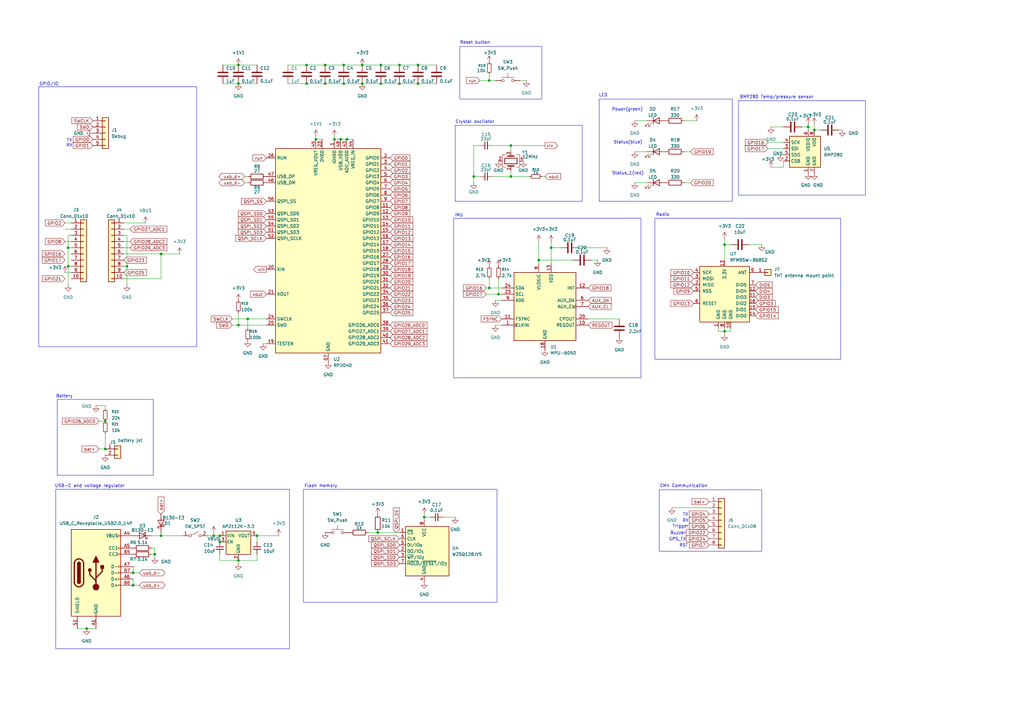
<source format=kicad_sch>
(kicad_sch (version 20250114) (generator "eeschema") (generator_version "9.0")
  (paper "A3")
  (rectangle (start 268.605 89.535) (end 344.805 147.32))
  (rectangle (start 124.46 200.66) (end 203.835 247.015))
  (rectangle (start 186.055 89.535) (end 262.89 154.94))
  (rectangle (start 22.86 200.66) (end 118.745 266.065))
  (rectangle (start 188.595 19.05) (end 222.25 40.64))
  (rectangle (start 440.69 128.905) (end 483.87 163.195))
  (rectangle (start 441.325 170.815) (end 510.54 233.68))
  (rectangle (start 15.875 35.56) (end 80.645 142.24))
  (rectangle (start 302.895 41.275) (end 354.965 80.01))
  (rectangle (start 270.383 200.914) (end 312.42 226.06))
  (rectangle (start 245.745 40.64) (end 300.355 82.55))
  (rectangle (start 23.495 163.83) (end 62.865 194.945))
  (text "Crystal oscilator" (at 194.818 50.038 0) (effects (font (size 1.27 1.27))))
  (text "TX" (at 28.448 57.658 0) (effects (font (size 1.27 1.27))))
  (text "Trigger" (at 279.146 215.9 0) (effects (font (size 1.27 1.27))))
  (text "Status(blue)" (at 257.556 58.42 0) (effects (font (size 1.27 1.27))))
  (text "RX" (at 28.448 59.69 0) (effects (font (size 1.27 1.27))))
  (text "LED" (at 247.396 39.116 0) (effects (font (size 1.27 1.27))))
  (text "GPS_TX\n" (at 277.876 221.234 0) (effects (font (size 1.27 1.27))))
  (text "Battery\n" (at 26.416 162.56 0) (effects (font (size 1.27 1.27))))
  (text "Radio\n" (at 271.78 88.138 0) (effects (font (size 1.27 1.27))))
  (text "CM4 Communication\n" (at 280.416 199.39 0) (effects (font (size 1.27 1.27))))
  (text "GPIO/IO" (at 20.066 34.544 0) (effects (font (size 1.27 1.27))))
  (text "GPS" (at 443.738 169.418 0) (effects (font (size 1.27 1.27))))
  (text "Buzzer" (at 278.13 218.694 0) (effects (font (size 1.27 1.27))))
  (text "Reset button\n" (at 194.818 17.526 0) (effects (font (size 1.27 1.27))))
  (text "RX" (at 281.178 213.614 0) (effects (font (size 1.27 1.27))))
  (text "RST" (at 280.416 223.774 0) (effects (font (size 1.27 1.27))))
  (text "BMP280 Temp/pressure sensor\n" (at 318.516 39.878 0) (effects (font (size 1.27 1.27))))
  (text "TX" (at 281.178 211.074 0) (effects (font (size 1.27 1.27))))
  (text "Status_1(red)" (at 257.556 71.12 0) (effects (font (size 1.27 1.27))))
  (text "Power(green)" (at 257.302 44.958 0) (effects (font (size 1.27 1.27))))
  (text "Buzzer - move to cm4" (at 451.358 127.508 0) (effects (font (size 1.27 1.27))))
  (text "Flash memory\n" (at 131.572 199.39 0) (effects (font (size 1.27 1.27))))
  (text "USB-C and voltage regulator\n" (at 36.83 199.39 0) (effects (font (size 1.27 1.27))))
  (text "IMU\n" (at 188.214 88.392 0) (effects (font (size 1.27 1.27))))
  (junction (at 297.18 135.89))
  (junction (at 63.5 227.33))
  (junction (at 140.97 26.67))
  (junction (at 43.18 172.72))
  (junction (at 140.97 34.29))
  (junction (at 105.41 219.71))
  (junction (at 129.54 57.15))
  (junction (at 204.47 120.65))
  (junction (at 220.98 106.68))
  (junction (at 200.66 33.02))
  (junction (at 334.01 53.34))
  (junction (at 43.18 184.15))
  (junction (at 163.83 34.29))
  (junction (at 171.45 26.67))
  (junction (at 200.66 118.11))
  (junction (at 54.61 240.03))
  (junction (at 90.17 222.25))
  (junction (at 97.79 133.35))
  (junction (at 297.18 100.33))
  (junction (at 54.61 234.95))
  (junction (at 97.79 34.29))
  (junction (at 148.59 26.67))
  (junction (at 27.94 109.22))
  (junction (at 87.63 219.71))
  (junction (at 125.73 34.29))
  (junction (at 133.35 26.67))
  (junction (at 171.45 34.29))
  (junction (at 163.83 26.67))
  (junction (at 27.94 101.6))
  (junction (at 66.04 104.14))
  (junction (at 137.16 57.15))
  (junction (at 90.17 219.71))
  (junction (at 97.79 229.87))
  (junction (at 148.59 34.29))
  (junction (at 35.56 257.81))
  (junction (at 97.79 26.67))
  (junction (at 156.21 34.29))
  (junction (at 139.7 57.15))
  (junction (at 194.31 72.39))
  (junction (at 52.07 109.22))
  (junction (at 125.73 26.67))
  (junction (at 331.47 52.07))
  (junction (at 154.94 218.44))
  (junction (at 66.04 219.71))
  (junction (at 142.24 57.15))
  (junction (at 173.99 212.09))
  (junction (at 226.06 101.6))
  (junction (at 209.55 72.39))
  (junction (at 156.21 26.67))
  (junction (at 101.6 130.81))
  (junction (at 133.35 34.29))
  (junction (at 209.55 59.69))
  (wire (pts (xy 43.18 177.8) (xy 43.18 184.15)))
  (wire (pts (xy 204.47 114.3) (xy 204.47 120.65)))
  (wire (pts (xy 139.7 57.15) (xy 142.24 57.15)))
  (wire (pts (xy 105.41 222.25) (xy 105.41 219.71)))
  (wire (pts (xy 199.39 118.11) (xy 200.66 118.11)))
  (wire (pts (xy 90.17 229.87) (xy 97.79 229.87)))
  (wire (pts (xy 156.21 26.67) (xy 163.83 26.67)))
  (wire (pts (xy 97.79 128.27) (xy 97.79 133.35)))
  (wire (pts (xy 66.04 218.44) (xy 66.04 219.71)))
  (wire (pts (xy 181.61 212.09) (xy 186.69 212.09)))
  (wire (pts (xy 199.39 120.65) (xy 204.47 120.65)))
  (wire (pts (xy 200.66 114.3) (xy 200.66 118.11)))
  (wire (pts (xy 50.8 109.22) (xy 52.07 109.22)))
  (wire (pts (xy 148.59 26.67) (xy 156.21 26.67)))
  (wire (pts (xy 101.6 130.81) (xy 109.22 130.81)))
  (wire (pts (xy 53.34 99.06) (xy 50.8 99.06)))
  (wire (pts (xy 90.17 219.71) (xy 90.17 222.25)))
  (wire (pts (xy 53.34 93.98) (xy 50.8 93.98)))
  (wire (pts (xy 125.73 26.67) (xy 133.35 26.67)))
  (wire (pts (xy 171.45 26.67) (xy 179.07 26.67)))
  (wire (pts (xy 173.99 212.09) (xy 173.99 213.36)))
  (wire (pts (xy 467.36 137.16) (xy 467.36 139.7)))
  (wire (pts (xy 54.61 240.03) (xy 57.15 240.03)))
  (wire (pts (xy 27.94 109.22) (xy 27.94 116.84)))
  (wire (pts (xy 220.98 106.68) (xy 234.95 106.68)))
  (polyline (pts (xy 238.76 82.55) (xy 186.69 82.55)))
  (wire (pts (xy 63.5 227.33) (xy 63.5 228.6)))
  (wire (pts (xy 194.31 59.69) (xy 194.31 72.39)))
  (wire (pts (xy 26.67 99.06) (xy 29.21 99.06)))
  (wire (pts (xy 220.98 106.68) (xy 220.98 107.95)))
  (polyline (pts (xy 186.69 51.435) (xy 238.76 51.435)))
  (wire (pts (xy 204.47 120.65) (xy 205.74 120.65)))
  (wire (pts (xy 334.01 53.34) (xy 336.55 53.34)))
  (wire (pts (xy 299.72 134.62) (xy 299.72 135.89)))
  (wire (pts (xy 314.96 58.42) (xy 321.31 58.42)))
  (wire (pts (xy 52.07 109.22) (xy 52.07 116.84)))
  (wire (pts (xy 101.6 130.81) (xy 101.6 134.62)))
  (wire (pts (xy 95.25 130.81) (xy 101.6 130.81)))
  (wire (pts (xy 54.61 237.49) (xy 54.61 240.03)))
  (wire (pts (xy 129.54 55.88) (xy 129.54 57.15)))
  (wire (pts (xy 100.33 74.93) (xy 101.6 74.93)))
  (wire (pts (xy 200.66 33.02) (xy 203.2 33.02)))
  (wire (pts (xy 66.04 104.14) (xy 66.04 114.3)))
  (wire (pts (xy 200.66 30.48) (xy 200.66 33.02)))
  (wire (pts (xy 151.13 218.44) (xy 154.94 218.44)))
  (wire (pts (xy 27.94 96.52) (xy 27.94 101.6)))
  (wire (pts (xy 52.07 96.52) (xy 52.07 109.22)))
  (wire (pts (xy 320.04 63.5) (xy 321.31 63.5)))
  (wire (pts (xy 50.8 96.52) (xy 52.07 96.52)))
  (polyline (pts (xy 186.69 51.435) (xy 186.69 82.55)))
  (wire (pts (xy 27.94 101.6) (xy 29.21 101.6)))
  (wire (pts (xy 154.94 218.44) (xy 163.83 218.44)))
  (wire (pts (xy 331.47 50.8) (xy 331.47 52.07)))
  (wire (pts (xy 297.18 100.33) (xy 299.72 100.33)))
  (wire (pts (xy 100.33 72.39) (xy 101.6 72.39)))
  (wire (pts (xy 280.67 74.93) (xy 283.21 74.93)))
  (wire (pts (xy 194.31 72.39) (xy 196.85 72.39)))
  (wire (pts (xy 316.23 68.58) (xy 321.31 68.58)))
  (wire (pts (xy 62.23 219.71) (xy 66.04 219.71)))
  (wire (pts (xy 203.2 123.19) (xy 205.74 123.19)))
  (wire (pts (xy 297.18 97.79) (xy 297.18 100.33)))
  (wire (pts (xy 148.59 34.29) (xy 156.21 34.29)))
  (wire (pts (xy 62.23 227.33) (xy 63.5 227.33)))
  (wire (pts (xy 163.83 26.67) (xy 171.45 26.67)))
  (wire (pts (xy 260.35 62.23) (xy 265.43 62.23)))
  (wire (pts (xy 173.99 210.82) (xy 173.99 212.09)))
  (wire (pts (xy 40.64 184.15) (xy 43.18 184.15)))
  (wire (pts (xy 196.85 59.69) (xy 194.31 59.69)))
  (wire (pts (xy 345.44 53.34) (xy 344.17 53.34)))
  (wire (pts (xy 140.97 26.67) (xy 148.59 26.67)))
  (wire (pts (xy 209.55 72.39) (xy 217.17 72.39)))
  (wire (pts (xy 334.01 50.8) (xy 334.01 53.34)))
  (wire (pts (xy 43.18 167.64) (xy 43.18 166.37)))
  (wire (pts (xy 297.18 100.33) (xy 297.18 106.68)))
  (wire (pts (xy 26.67 93.98) (xy 29.21 93.98)))
  (wire (pts (xy 31.75 257.81) (xy 35.56 257.81)))
  (wire (pts (xy 105.41 229.87) (xy 105.41 227.33)))
  (wire (pts (xy 142.24 57.15) (xy 144.78 57.15)))
  (wire (pts (xy 26.67 111.76) (xy 29.21 111.76)))
  (wire (pts (xy 171.45 34.29) (xy 179.07 34.29)))
  (wire (pts (xy 201.93 59.69) (xy 209.55 59.69)))
  (wire (pts (xy 201.93 72.39) (xy 209.55 72.39)))
  (wire (pts (xy 97.79 133.35) (xy 109.22 133.35)))
  (wire (pts (xy 105.41 219.71) (xy 114.3 219.71)))
  (wire (pts (xy 226.06 101.6) (xy 226.06 107.95)))
  (wire (pts (xy 118.11 26.67) (xy 125.73 26.67)))
  (wire (pts (xy 97.79 231.14) (xy 97.79 229.87)))
  (wire (pts (xy 294.64 135.89) (xy 297.18 135.89)))
  (polyline (pts (xy 238.76 51.435) (xy 238.76 82.55)))
  (wire (pts (xy 50.8 91.44) (xy 59.69 91.44)))
  (wire (pts (xy 173.99 212.09) (xy 176.53 212.09)))
  (wire (pts (xy 54.61 234.95) (xy 57.15 234.95)))
  (wire (pts (xy 97.79 26.67) (xy 105.41 26.67)))
  (wire (pts (xy 222.25 72.39) (xy 223.52 72.39)))
  (wire (pts (xy 285.75 49.53) (xy 280.67 49.53)))
  (wire (pts (xy 137.16 57.15) (xy 139.7 57.15)))
  (wire (pts (xy 331.47 52.07) (xy 331.47 53.34)))
  (wire (pts (xy 200.66 118.11) (xy 205.74 118.11)))
  (wire (pts (xy 137.16 55.88) (xy 137.16 57.15)))
  (wire (pts (xy 297.18 135.89) (xy 297.18 137.16)))
  (wire (pts (xy 275.59 208.28) (xy 290.83 208.28)))
  (wire (pts (xy 163.83 34.29) (xy 171.45 34.29)))
  (wire (pts (xy 260.35 74.93) (xy 265.43 74.93)))
  (wire (pts (xy 299.72 135.89) (xy 297.18 135.89)))
  (wire (pts (xy 43.18 166.37) (xy 39.37 166.37)))
  (wire (pts (xy 66.04 219.71) (xy 74.93 219.71)))
  (wire (pts (xy 196.85 33.02) (xy 200.66 33.02)))
  (wire (pts (xy 280.67 62.23) (xy 283.21 62.23)))
  (wire (pts (xy 27.94 109.22) (xy 29.21 109.22)))
  (wire (pts (xy 156.21 34.29) (xy 163.83 34.29)))
  (wire (pts (xy 209.55 59.69) (xy 223.52 59.69)))
  (wire (pts (xy 97.79 34.29) (xy 105.41 34.29)))
  (wire (pts (xy 307.34 100.33) (xy 312.42 100.33)))
  (wire (pts (xy 294.64 134.62) (xy 294.64 135.89)))
  (wire (pts (xy 54.61 232.41) (xy 54.61 234.95)))
  (wire (pts (xy 213.36 33.02) (xy 215.9 33.02)))
  (wire (pts (xy 209.55 72.39) (xy 209.55 69.85)))
  (wire (pts (xy 203.2 133.35) (xy 205.74 133.35)))
  (wire (pts (xy 50.8 104.14) (xy 66.04 104.14)))
  (wire (pts (xy 26.67 91.44) (xy 29.21 91.44)))
  (wire (pts (xy 220.98 99.06) (xy 220.98 106.68)))
  (wire (pts (xy 314.96 60.96) (xy 321.31 60.96)))
  (wire (pts (xy 87.63 219.71) (xy 90.17 219.71)))
  (wire (pts (xy 125.73 34.29) (xy 133.35 34.29)))
  (wire (pts (xy 91.44 26.67) (xy 97.79 26.67)))
  (wire (pts (xy 241.3 130.81) (xy 254 130.81)))
  (wire (pts (xy 27.94 101.6) (xy 27.94 109.22)))
  (wire (pts (xy 90.17 229.87) (xy 90.17 227.33)))
  (wire (pts (xy 62.23 224.79) (xy 63.5 224.79)))
  (wire (pts (xy 66.04 104.14) (xy 73.66 104.14)))
  (wire (pts (xy 50.8 114.3) (xy 66.04 114.3)))
  (wire (pts (xy 133.35 26.67) (xy 140.97 26.67)))
  (wire (pts (xy 260.35 49.53) (xy 265.43 49.53)))
  (wire (pts (xy 133.35 34.29) (xy 140.97 34.29)))
  (wire (pts (xy 242.57 106.68) (xy 245.11 106.68)))
  (wire (pts (xy 29.21 96.52) (xy 27.94 96.52)))
  (wire (pts (xy 107.95 140.97) (xy 109.22 140.97)))
  (wire (pts (xy 85.09 219.71) (xy 87.63 219.71)))
  (wire (pts (xy 118.11 34.29) (xy 125.73 34.29)))
  (wire (pts (xy 209.55 59.69) (xy 209.55 62.23)))
  (wire (pts (xy 129.54 57.15) (xy 132.08 57.15)))
  (wire (pts (xy 316.23 52.07) (xy 321.31 52.07)))
  (wire (pts (xy 328.93 52.07) (xy 331.47 52.07)))
  (wire (pts (xy 35.56 257.81) (xy 39.37 257.81)))
  (wire (pts (xy 226.06 101.6) (xy 229.87 101.6)))
  (wire (pts (xy 53.34 101.6) (xy 50.8 101.6)))
  (wire (pts (xy 226.06 99.06) (xy 226.06 101.6)))
  (wire (pts (xy 237.49 101.6) (xy 248.92 101.6)))
  (wire (pts (xy 297.18 134.62) (xy 297.18 135.89)))
  (wire (pts (xy 87.63 218.44) (xy 87.63 219.71)))
  (wire (pts (xy 194.31 72.39) (xy 194.31 74.93)))
  (wire (pts (xy 63.5 224.79) (xy 63.5 227.33)))
  (wire (pts (xy 91.44 34.29) (xy 97.79 34.29)))
  (wire (pts (xy 95.25 133.35) (xy 97.79 133.35)))
  (wire (pts (xy 97.79 229.87) (xy 105.41 229.87)))
  (wire (pts (xy 140.97 34.29) (xy 148.59 34.29)))
  (wire (pts (xy 321.31 66.04) (xy 321.31 68.58)))
  (wire (pts (xy 40.64 172.72) (xy 43.18 172.72)))
  (global_label "GPIO25" (shape input) (at 160.02 128.27 0) (property "Intersheetrefs" "${INTERSHEET_REFS}" (effects (hide yes))))
  (global_label "usb_d-" (shape bidirectional) (at 100.33 74.93 180) (property "Intersheetrefs" "${INTERSHEET_REFS}" (effects (hide yes))))
  (global_label "GPIO27_ADC1" (shape input) (at 53.34 93.98 0) (property "Intersheetrefs" "${INTERSHEET_REFS}" (effects (hide yes))))
  (global_label "GPIO11" (shape input) (at 284.48 114.3 180) (property "Intersheetrefs" "${INTERSHEET_REFS}" (effects (hide yes))))
  (global_label "bat+" (shape input) (at 66.04 210.82 90) (property "Intersheetrefs" "${INTERSHEET_REFS}" (effects (hide yes))))
  (global_label "GPIO8" (shape input) (at 160.02 85.09 0) (property "Intersheetrefs" "${INTERSHEET_REFS}" (effects (hide yes))))
  (global_label "GPIO28_ADC2" (shape input) (at 160.02 138.43 0) (property "Intersheetrefs" "${INTERSHEET_REFS}" (effects (hide yes))))
  (global_label "GPIO20" (shape input) (at 283.21 74.93 0) (property "Intersheetrefs" "${INTERSHEET_REFS}" (effects (hide yes))))
  (global_label "GPIO22" (shape input) (at 290.83 218.44 180) (property "Intersheetrefs" "${INTERSHEET_REFS}" (effects (hide yes))))
  (global_label "SWCLK" (shape input) (at 38.1 49.53 180) (property "Intersheetrefs" "${INTERSHEET_REFS}" (effects (hide yes))))
  (global_label "GPIO21" (shape input) (at 160.02 118.11 0) (property "Intersheetrefs" "${INTERSHEET_REFS}" (effects (hide yes))))
  (global_label "GPIO25" (shape input) (at 50.8 111.76 0) (property "Intersheetrefs" "${INTERSHEET_REFS}" (effects (hide yes))))
  (global_label "GPIO17" (shape input) (at 160.02 107.95 0) (property "Intersheetrefs" "${INTERSHEET_REFS}" (effects (hide yes))))
  (global_label "GPIO17" (shape input) (at 26.67 106.68 180) (property "Intersheetrefs" "${INTERSHEET_REFS}" (effects (hide yes))))
  (global_label "GPIO16" (shape input) (at 199.39 118.11 180) (property "Intersheetrefs" "${INTERSHEET_REFS}" (effects (hide yes))))
  (global_label "usb_d+" (shape bidirectional) (at 100.33 72.39 180) (property "Intersheetrefs" "${INTERSHEET_REFS}" (effects (hide yes))))
  (global_label "GPIO18" (shape input) (at 241.3 118.11 0) (property "Intersheetrefs" "${INTERSHEET_REFS}" (effects (hide yes))))
  (global_label "GPIO19" (shape input) (at 160.02 113.03 0) (property "Intersheetrefs" "${INTERSHEET_REFS}" (effects (hide yes))))
  (global_label "QSPI_SD3" (shape input) (at 109.22 95.25 180) (property "Intersheetrefs" "${INTERSHEET_REFS}" (effects (hide yes))))
  (global_label "GPIO7" (shape input) (at 290.83 223.52 180) (property "Intersheetrefs" "${INTERSHEET_REFS}" (effects (hide yes))))
  (global_label "usb_d-" (shape bidirectional) (at 57.15 234.95 0) (property "Intersheetrefs" "${INTERSHEET_REFS}" (effects (hide yes))))
  (global_label "GPIO0" (shape input) (at 160.02 64.77 0) (property "Intersheetrefs" "${INTERSHEET_REFS}" (effects (hide yes))))
  (global_label "GPIO14" (shape input) (at 160.02 100.33 0) (property "Intersheetrefs" "${INTERSHEET_REFS}" (effects (hide yes))))
  (global_label "GPIO26_ADC0" (shape input) (at 40.64 172.72 180) (property "Intersheetrefs" "${INTERSHEET_REFS}" (effects (hide yes))))
  (global_label "bat+" (shape input) (at 40.64 184.15 180) (property "Intersheetrefs" "${INTERSHEET_REFS}" (effects (hide yes))))
  (global_label "GPIO13" (shape input) (at 284.48 124.46 180) (property "Intersheetrefs" "${INTERSHEET_REFS}" (effects (hide yes))))
  (global_label "QSPI_SD2" (shape input) (at 163.83 228.6 180) (property "Intersheetrefs" "${INTERSHEET_REFS}" (effects (hide yes))))
  (global_label "GPIO14" (shape input) (at 309.88 129.54 0) (property "Intersheetrefs" "${INTERSHEET_REFS}" (effects (hide yes))))
  (global_label "QSPI_SD0" (shape input) (at 109.22 87.63 180) (property "Intersheetrefs" "${INTERSHEET_REFS}" (effects (hide yes))))
  (global_label "QSPI_SD2" (shape input) (at 109.22 92.71 180) (property "Intersheetrefs" "${INTERSHEET_REFS}" (effects (hide yes))))
  (global_label "SWCLK" (shape input) (at 95.25 130.81 180) (property "Intersheetrefs" "${INTERSHEET_REFS}" (effects (hide yes))))
  (global_label "QSPI_SD0" (shape input) (at 163.83 223.52 180) (property "Intersheetrefs" "${INTERSHEET_REFS}" (effects (hide yes))))
  (global_label "GPIO15" (shape input) (at 309.88 127 0) (property "Intersheetrefs" "${INTERSHEET_REFS}" (effects (hide yes))))
  (global_label "GPIO6" (shape input) (at 160.02 80.01 0) (property "Intersheetrefs" "${INTERSHEET_REFS}" (effects (hide yes))))
  (global_label "GPIO28_ADC2" (shape input) (at 53.34 99.06 0) (property "Intersheetrefs" "${INTERSHEET_REFS}" (effects (hide yes))))
  (global_label "QSPI_SS" (shape input) (at 109.22 82.55 180) (property "Intersheetrefs" "${INTERSHEET_REFS}" (effects (hide yes))))
  (global_label "GPIO2" (shape input) (at 160.02 69.85 0) (property "Intersheetrefs" "${INTERSHEET_REFS}" (effects (hide yes))))
  (global_label "DIO3" (shape input) (at 309.88 121.92 0) (property "Intersheetrefs" "${INTERSHEET_REFS}" (effects (hide yes))))
  (global_label "run" (shape input) (at 196.85 33.02 180) (property "Intersheetrefs" "${INTERSHEET_REFS}" (effects (hide yes))))
  (global_label "DIO5" (shape input) (at 309.88 116.84 0) (property "Intersheetrefs" "${INTERSHEET_REFS}" (effects (hide yes))))
  (global_label "GPIO4" (shape input) (at 290.83 210.82 180) (property "Intersheetrefs" "${INTERSHEET_REFS}" (effects (hide yes))))
  (global_label "GPIO3" (shape input) (at 160.02 72.39 0) (property "Intersheetrefs" "${INTERSHEET_REFS}" (effects (hide yes))))
  (global_label "AUX_CL" (shape input) (at 241.3 125.73 0) (property "Intersheetrefs" "${INTERSHEET_REFS}" (effects (hide yes))))
  (global_label "GPIO18" (shape input) (at 160.02 110.49 0) (property "Intersheetrefs" "${INTERSHEET_REFS}" (effects (hide yes))))
  (global_label "GPIO24" (shape input) (at 160.02 125.73 0) (property "Intersheetrefs" "${INTERSHEET_REFS}" (effects (hide yes))))
  (global_label "REGOUT" (shape input) (at 241.3 133.35 0) (property "Intersheetrefs" "${INTERSHEET_REFS}" (effects (hide yes))))
  (global_label "GPIO27_ADC1" (shape input) (at 160.02 135.89 0) (property "Intersheetrefs" "${INTERSHEET_REFS}" (effects (hide yes))))
  (global_label "GPIO4" (shape input) (at 160.02 74.93 0) (property "Intersheetrefs" "${INTERSHEET_REFS}" (effects (hide yes))))
  (global_label "GPIO9" (shape input) (at 160.02 87.63 0) (property "Intersheetrefs" "${INTERSHEET_REFS}" (effects (hide yes))))
  (global_label "GPIO10" (shape input) (at 284.48 111.76 180) (property "Intersheetrefs" "${INTERSHEET_REFS}" (effects (hide yes))))
  (global_label "GPIO16" (shape input) (at 26.67 104.14 180) (property "Intersheetrefs" "${INTERSHEET_REFS}" (effects (hide yes))))
  (global_label "GPIO2" (shape input) (at 26.67 91.44 180) (property "Intersheetrefs" "${INTERSHEET_REFS}" (effects (hide yes))))
  (global_label "GPIO29_ADC3" (shape input) (at 53.34 101.6 0) (property "Intersheetrefs" "${INTERSHEET_REFS}" (effects (hide yes))))
  (global_label "GPIO1" (shape input) (at 38.1 59.69 180) (property "Intersheetrefs" "${INTERSHEET_REFS}" (effects (hide yes))))
  (global_label "QSPI_SS" (shape input) (at 162.56 218.44 90) (property "Intersheetrefs" "${INTERSHEET_REFS}" (effects (hide yes))))
  (global_label "GPIO6" (shape input) (at 290.83 215.9 180) (property "Intersheetrefs" "${INTERSHEET_REFS}" (effects (hide yes))))
  (global_label "xin" (shape output) (at 223.52 59.69 0) (property "Intersheetrefs" "${INTERSHEET_REFS}" (effects (hide yes))))
  (global_label "GPIO17" (shape input) (at 314.96 60.96 180) (property "Intersheetrefs" "${INTERSHEET_REFS}" (effects (hide yes))))
  (global_label "xin" (shape output) (at 109.22 110.49 180) (property "Intersheetrefs" "${INTERSHEET_REFS}" (effects (hide yes))))
  (global_label "GPIO3" (shape input) (at 309.88 124.46 0) (property "Intersheetrefs" "${INTERSHEET_REFS}" (effects (hide yes))))
  (global_label "GPIO21" (shape input) (at 26.67 114.3 180) (property "Intersheetrefs" "${INTERSHEET_REFS}" (effects (hide yes))))
  (global_label "GPIO12" (shape input) (at 160.02 95.25 0) (property "Intersheetrefs" "${INTERSHEET_REFS}" (effects (hide yes))))
  (global_label "GPIO15" (shape input) (at 160.02 102.87 0) (property "Intersheetrefs" "${INTERSHEET_REFS}" (effects (hide yes))))
  (global_label "bat+" (shape input) (at 290.83 205.74 180) (property "Intersheetrefs" "${INTERSHEET_REFS}" (effects (hide yes))))
  (global_label "GPIO12" (shape input) (at 284.48 116.84 180) (property "Intersheetrefs" "${INTERSHEET_REFS}" (effects (hide yes))))
  (global_label "GPIO29_ADC3" (shape input) (at 160.02 140.97 0) (property "Intersheetrefs" "${INTERSHEET_REFS}" (effects (hide yes))))
  (global_label "SWD" (shape input) (at 38.1 52.07 180) (property "Intersheetrefs" "${INTERSHEET_REFS}" (effects (hide yes))))
  (global_label "GPIO5" (shape input) (at 290.83 213.36 180) (property "Intersheetrefs" "${INTERSHEET_REFS}" (effects (hide yes))))
  (global_label "GPIO16" (shape input) (at 160.02 105.41 0) (property "Intersheetrefs" "${INTERSHEET_REFS}" (effects (hide yes))))
  (global_label "GPIO9" (shape input) (at 284.48 119.38 180) (property "Intersheetrefs" "${INTERSHEET_REFS}" (effects (hide yes))))
  (global_label "GPIO0" (shape input) (at 38.1 57.15 180) (property "Intersheetrefs" "${INTERSHEET_REFS}" (effects (hide yes))))
  (global_label "GPIO7" (shape input) (at 160.02 82.55 0) (property "Intersheetrefs" "${INTERSHEET_REFS}" (effects (hide yes))))
  (global_label "GPIO16" (shape input) (at 314.96 58.42 180) (property "Intersheetrefs" "${INTERSHEET_REFS}" (effects (hide yes))))
  (global_label "GPIO11" (shape input) (at 160.02 92.71 0) (property "Intersheetrefs" "${INTERSHEET_REFS}" (effects (hide yes))))
  (global_label "GPIO13" (shape input) (at 160.02 97.79 0) (property "Intersheetrefs" "${INTERSHEET_REFS}" (effects (hide yes))))
  (global_label "GPIO17" (shape input) (at 199.39 120.65 180) (property "Intersheetrefs" "${INTERSHEET_REFS}" (effects (hide yes))))
  (global_label "DIO4" (shape input) (at 309.88 119.38 0) (property "Intersheetrefs" "${INTERSHEET_REFS}" (effects (hide yes))))
  (global_label "GPIO10" (shape input) (at 160.02 90.17 0) (property "Intersheetrefs" "${INTERSHEET_REFS}" (effects (hide yes))))
  (global_label "GPIO8" (shape input) (at 26.67 99.06 180) (property "Intersheetrefs" "${INTERSHEET_REFS}" (effects (hide yes))))
  (global_label "GPIO22" (shape input) (at 160.02 120.65 0) (property "Intersheetrefs" "${INTERSHEET_REFS}" (effects (hide yes))))
  (global_label "QSPI_SD1" (shape input) (at 163.83 226.06 180) (property "Intersheetrefs" "${INTERSHEET_REFS}" (effects (hide yes))))
  (global_label "AUX_DA" (shape input) (at 241.3 123.19 0) (property "Intersheetrefs" "${INTERSHEET_REFS}" (effects (hide yes))))
  (global_label "FSYNC" (shape input) (at 205.74 130.81 180) (property "Intersheetrefs" "${INTERSHEET_REFS}" (effects (hide yes))))
  (global_label "usb_d+" (shape bidirectional) (at 57.15 240.03 0) (property "Intersheetrefs" "${INTERSHEET_REFS}" (effects (hide yes))))
  (global_label "QSPI_SD3" (shape input) (at 163.83 231.14 180) (property "Intersheetrefs" "${INTERSHEET_REFS}" (effects (hide yes))))
  (global_label "GPIO23" (shape input) (at 50.8 106.68 0) (property "Intersheetrefs" "${INTERSHEET_REFS}" (effects (hide yes))))
  (global_label "run" (shape input) (at 109.22 64.77 180) (property "Intersheetrefs" "${INTERSHEET_REFS}" (effects (hide yes))))
  (global_label "xout" (shape input) (at 223.52 72.39 0) (property "Intersheetrefs" "${INTERSHEET_REFS}" (effects (hide yes))))
  (global_label "xout" (shape input) (at 109.22 120.65 180) (property "Intersheetrefs" "${INTERSHEET_REFS}" (effects (hide yes))))
  (global_label "GPIO24" (shape input) (at 290.83 220.98 180) (property "Intersheetrefs" "${INTERSHEET_REFS}" (effects (hide yes))))
  (global_label "GPIO1" (shape input) (at 160.02 67.31 0) (property "Intersheetrefs" "${INTERSHEET_REFS}" (effects (hide yes))))
  (global_label "GPIO20" (shape input) (at 160.02 115.57 0) (property "Intersheetrefs" "${INTERSHEET_REFS}" (effects (hide yes))))
  (global_label "SWD" (shape input) (at 95.25 133.35 180) (property "Intersheetrefs" "${INTERSHEET_REFS}" (effects (hide yes))))
  (global_label "GPIO5" (shape input) (at 160.02 77.47 0) (property "Intersheetrefs" "${INTERSHEET_REFS}" (effects (hide yes))))
  (global_label "QSPI_SCLK" (shape input) (at 163.83 220.98 180) (property "Intersheetrefs" "${INTERSHEET_REFS}" (effects (hide yes))))
  (global_label "GPIO23" (shape input) (at 160.02 123.19 0) (property "Intersheetrefs" "${INTERSHEET_REFS}" (effects (hide yes))))
  (global_label "QSPI_SD1" (shape input) (at 109.22 90.17 180) (property "Intersheetrefs" "${INTERSHEET_REFS}" (effects (hide yes))))
  (global_label "GPIO26_ADC0" (shape input) (at 160.02 133.35 0) (property "Intersheetrefs" "${INTERSHEET_REFS}" (effects (hide yes))))
  (global_label "GPIO22" (shape input) (at 452.12 149.86 180) (property "Intersheetrefs" "${INTERSHEET_REFS}" (effects (hide yes))))
  (global_label "QSPI_SCLK" (shape input) (at 109.22 97.79 180) (property "Intersheetrefs" "${INTERSHEET_REFS}" (effects (hide yes))))
  (global_label "GPIO19" (shape input) (at 283.21 62.23 0) (property "Intersheetrefs" "${INTERSHEET_REFS}" (effects (hide yes))))
  (symbol (lib_id "power:GND") (at 39.37 166.37 0) (unit 1)
    (property "Reference" "#PWR067" (effects (hide yes)))
    (property "Value" "GND" (at 35.56 166.624 0))
    (property "Description" "Power symbol creates a global label with name \"GND\" , ground" (effects (hide yes)))
  )
  (symbol (lib_id "Device:R") (at 455.93 149.86 90) (unit 1) (exclude_from_sim yes) (in_bom no) (on_board no) (dnp yes)
    (property "Reference" "R23" (at 455.93 143.51 90))
    (property "Value" "1K" (at 455.93 146.05 90))
    (property "Description" "Resistor" (effects (hide yes)))
  )
  (symbol (lib_id "Device:C_Small") (at 199.39 72.39 90) (unit 1)
    (property "Reference" "C16" (at 199.39 67.818 90))
    (property "Value" "33pF" (at 199.39 69.596 90))
    (property "Footprint" "Capacitor_SMD:C_0402_1005Metric_Pad0.74x0.62mm_HandSolder" (effects (hide yes)))
    (property "Description" "Unpolarized capacitor, small symbol" (effects (hide yes)))
  )
  (symbol (lib_id "power:+3V3") (at 137.16 55.88 0) (unit 1)
    (property "Reference" "#PWR023" (effects (hide yes)))
    (property "Value" "+3V3" (at 137.16 50.8 0))
    (property "Description" "Power symbol creates a global label with name \"+3V3\"" (effects (hide yes)))
  )
  (symbol (lib_id "Device:C_Small") (at 199.39 59.69 90) (unit 1)
    (property "Reference" "C15" (at 199.39 55.118 90))
    (property "Value" "33pF" (at 199.39 56.896 90))
    (property "Footprint" "Capacitor_SMD:C_0402_1005Metric_Pad0.74x0.62mm_HandSolder" (effects (hide yes)))
    (property "Description" "Unpolarized capacitor, small symbol" (effects (hide yes)))
  )
  (symbol (lib_id "Device:C") (at 140.97 30.48 0) (unit 1)
    (property "Reference" "C4" (at 142.24 27.94 0) (effects (justify left)))
    (property "Value" "0.1uF" (at 142.24 33.274 0) (effects (justify left)))
    (property "Footprint" "Capacitor_SMD:C_0402_1005Metric_Pad0.74x0.62mm_HandSolder" (effects (hide yes)))
    (property "Description" "Unpolarized capacitor" (effects (hide yes)))
  )
  (symbol (lib_id "Sensor_Motion:MPU-6050") (at 223.52 125.73 0) (unit 1)
    (property "Reference" "U1" (at 225.6633 142.24 0) (effects (justify left)))
    (property "Value" "MPU-6050" (at 225.6633 144.78 0) (effects (justify left)))
    (property "Footprint" "Sensor_Motion:InvenSense_QFN-24_4x4mm_P0.5mm" (effects (hide yes)))
    (property "Datasheet" "https://invensense.tdk.com/wp-content/uploads/2015/02/MPU-6000-Datasheet1.pdf" (effects (hide yes)))
    (property "Description" "InvenSense 6-Axis Motion Sensor, Gyroscope, Accelerometer, I2C" (effects (hide yes)))
  )
  (symbol (lib_id "power:GND") (at 316.23 52.07 0) (unit 1)
    (property "Reference" "#PWR055" (effects (hide yes)))
    (property "Value" "GND" (at 316.23 57.15 0))
    (property "Description" "Power symbol creates a global label with name \"GND\" , ground" (effects (hide yes)))
  )
  (symbol (lib_id "Device:C") (at 325.12 52.07 90) (unit 1)
    (property "Reference" "C23" (at 325.12 46.99 90))
    (property "Value" "0.1uF" (at 325.12 48.768 90))
    (property "Footprint" "Capacitor_SMD:C_0402_1005Metric_Pad0.74x0.62mm_HandSolder" (effects (hide yes)))
    (property "Description" "Unpolarized capacitor" (effects (hide yes)))
  )
  (symbol (lib_id "Device:C") (at 340.36 53.34 90) (unit 1)
    (property "Reference" "C21" (at 340.36 48.26 90))
    (property "Value" "0.1uF" (at 340.36 50.038 90))
    (property "Footprint" "Capacitor_SMD:C_0402_1005Metric_Pad0.74x0.62mm_HandSolder" (effects (hide yes)))
    (property "Description" "Unpolarized capacitor" (effects (hide yes)))
  )
  (symbol (lib_id "power:GND") (at 245.11 106.68 0) (unit 1)
    (property "Reference" "#PWR011" (effects (hide yes)))
    (property "Value" "GND" (at 245.11 111.76 0))
    (property "Description" "Power symbol creates a global label with name \"GND\" , ground" (effects (hide yes)))
  )
  (symbol (lib_id "power:GND") (at 223.52 143.51 0) (unit 1)
    (property "Reference" "#PWR03" (effects (hide yes)))
    (property "Value" "GND" (at 223.52 148.59 0))
    (property "Description" "Power symbol creates a global label with name \"GND\" , ground" (effects (hide yes)))
  )
  (symbol (lib_id "Device:R_Small") (at 219.71 72.39 90) (unit 1)
    (property "Reference" "R10" (at 219.71 69.596 90) (effects (font (size 1.016 1.016))))
    (property "Value" "1k" (at 219.71 70.866 90))
    (property "Footprint" "Resistor_SMD:R_0402_1005Metric_Pad0.72x0.64mm_HandSolder" (effects (hide yes)))
    (property "Description" "Resistor, small symbol" (effects (hide yes)))
  )
  (symbol (lib_id "power:+3V3") (at 220.98 99.06 0) (unit 1)
    (property "Reference" "#PWR09" (effects (hide yes)))
    (property "Value" "+3V3" (at 220.98 93.98 0))
    (property "Description" "Power symbol creates a global label with name \"+3V3\"" (effects (hide yes)))
  )
  (symbol (lib_id "power:+3V3") (at 297.18 97.79 0) (unit 1)
    (property "Reference" "#PWR021" (effects (hide yes)))
    (property "Value" "+3V3" (at 297.18 92.71 0))
    (property "Description" "Power symbol creates a global label with name \"+3V3\"" (effects (hide yes)))
  )
  (symbol (lib_id "power:GND") (at 467.36 154.94 0) (unit 1) (exclude_from_sim yes) (in_bom no) (on_board no) (dnp yes)
    (property "Reference" "#PWR066" (effects (hide yes)))
    (property "Value" "GND" (at 467.36 160.02 0))
    (property "Description" "Power symbol creates a global label with name \"GND\" , ground" (effects (hide yes)))
  )
  (symbol (lib_id "Connector:USB_C_Receptacle_USB2.0_14P") (at 39.37 234.95 0) (unit 1)
    (property "Reference" "J2" (at 39.37 212.09 0))
    (property "Value" "USB_C_Receptacle_USB2.0_14P" (at 39.37 214.63 0))
    (property "Footprint" "Connector_USB:USB_C_Receptacle_HRO_TYPE-C-31-M-12" (effects (hide yes)))
    (property "Datasheet" "https://www.usb.org/sites/default/files/documents/usb_type-c.zip" (effects (hide yes)))
    (property "Description" "USB 2.0-only 14P Type-C Receptacle connector" (effects (hide yes)))
  )
  (symbol (lib_id "Diode:B130-E3") (at 58.42 219.71 180) (unit 1)
    (property "Reference" "D3" (at 58.42 215.646 0))
    (property "Value" "B130-E3" (at 58.42 217.424 0))
    (property "Footprint" "Diode_SMD:D_SOD-123" (effects (hide yes)))
    (property "Datasheet" "http://www.vishay.com/docs/88946/b120.pdf" (effects (hide yes)))
    (property "Description" "30V 1A Schottky Barrier Rectifier Diode, SMA(DO-214AC)" (effects (hide yes)))
  )
  (symbol (lib_id "Device:LED") (at 269.24 62.23 0) (unit 1)
    (property "Reference" "D4" (at 267.716 57.404 0))
    (property "Value" "LED" (at 267.716 59.944 0))
    (property "Footprint" "LED_SMD:LED_0603_1608Metric_Pad1.05x0.95mm_HandSolder" (effects (hide yes)))
    (property "Description" "Light emitting diode" (effects (hide yes)))
    (property "Sim.Pins" "1=K 2=A" (effects (hide yes)))
  )
  (symbol (lib_id "Device:C_Small") (at 105.41 224.79 0) (unit 1)
    (property "Reference" "C13" (at 107.95 223.5262 0) (effects (justify left)))
    (property "Value" "10uF" (at 107.95 226.0662 0) (effects (justify left)))
    (property "Footprint" "Capacitor_SMD:C_0201_0603Metric_Pad0.64x0.40mm_HandSolder" (effects (hide yes)))
    (property "Description" "Unpolarized capacitor, small symbol" (effects (hide yes)))
  )
  (symbol (lib_id "Transistor_BJT:S8050") (at 464.82 149.86 0) (unit 1) (exclude_from_sim yes) (in_bom no) (on_board no) (dnp yes)
    (property "Reference" "Q1" (at 469.9 148.5899 0) (effects (justify left)))
    (property "Value" "S8050" (at 469.9 151.1299 0) (effects (justify left)))
    (property "Footprint" "Package_TO_SOT_THT:TO-92_Inline" (effects (hide yes)))
    (property "Datasheet" "http://www.unisonic.com.tw/datasheet/S8050.pdf" (effects (hide yes)))
    (property "Description" "0.7A Ic, 20V Vce, Low Voltage High Current NPN Transistor, TO-92" (effects (hide yes)))
  )
  (symbol (lib_id "Device:C") (at 133.35 30.48 0) (unit 1)
    (property "Reference" "C3" (at 134.62 27.94 0) (effects (justify left)))
    (property "Value" "0.1uF" (at 134.62 33.274 0) (effects (justify left)))
    (property "Footprint" "Capacitor_SMD:C_0402_1005Metric_Pad0.74x0.62mm_HandSolder" (effects (hide yes)))
    (property "Description" "Unpolarized capacitor" (effects (hide yes)))
  )
  (symbol (lib_id "Device:Crystal_GND24") (at 209.55 66.04 90) (unit 1)
    (property "Reference" "Y1" (at 215.392 62.484 90))
    (property "Value" "12MHz" (at 217.424 64.262 90))
    (property "Footprint" "Crystal:Crystal_SMD_3225-4Pin_3.2x2.5mm_HandSoldering" (effects (hide yes)))
    (property "Description" "Four pin crystal, GND on pins 2 and 4" (effects (hide yes)))
  )
  (symbol (lib_id "Device:C") (at 303.53 100.33 270) (unit 1)
    (property "Reference" "C22" (at 303.53 92.71 90))
    (property "Value" "10uF" (at 303.53 95.25 90))
    (property "Footprint" "Capacitor_SMD:C_0201_0603Metric_Pad0.64x0.40mm_HandSolder" (effects (hide yes)))
    (property "Description" "Unpolarized capacitor" (effects (hide yes)))
  )
  (symbol (lib_id "power:VBUS") (at 59.69 91.44 0) (unit 1)
    (property "Reference" "#PWR01" (effects (hide yes)))
    (property "Value" "VBUS" (at 59.69 86.36 0))
    (property "Description" "Power symbol creates a global label with name \"VBUS\"" (effects (hide yes)))
  )
  (symbol (lib_id "Device:C") (at 238.76 106.68 90) (unit 1)
    (property "Reference" "C20" (at 238.76 101.6 90))
    (property "Value" "0.1uF" (at 238.76 103.378 90))
    (property "Footprint" "Capacitor_SMD:C_0402_1005Metric_Pad0.74x0.62mm_HandSolder" (effects (hide yes)))
    (property "Description" "Unpolarized capacitor" (effects (hide yes)))
  )
  (symbol (lib_id "Device:C") (at 91.44 30.48 0) (unit 1)
    (property "Reference" "C10" (at 92.71 27.94 0) (effects (justify left)))
    (property "Value" "1uF" (at 92.71 33.274 0) (effects (justify left)))
    (property "Footprint" "Capacitor_SMD:C_0402_1005Metric_Pad0.74x0.62mm_HandSolder" (effects (hide yes)))
    (property "Description" "Unpolarized capacitor" (effects (hide yes)))
  )
  (symbol (lib_id "power:+3V3") (at 467.36 137.16 0) (unit 1) (exclude_from_sim yes) (in_bom no) (on_board no) (dnp yes)
    (property "Reference" "#PWR065" (effects (hide yes)))
    (property "Value" "+3V3" (at 467.36 132.08 0))
    (property "Description" "Power symbol creates a global label with name \"+3V3\"" (effects (hide yes)))
  )
  (symbol (lib_id "power:+3V3") (at 97.79 123.19 0) (unit 1)
    (property "Reference" "#PWR014" (effects (hide yes)))
    (property "Value" "+3V3" (at 97.79 118.11 0))
    (property "Description" "Power symbol creates a global label with name \"+3V3\"" (effects (hide yes)))
  )
  (symbol (lib_id "power:GND") (at 173.99 238.76 0) (unit 1)
    (property "Reference" "#PWR037" (effects (hide yes)))
    (property "Value" "GND" (at 173.99 243.84 0))
    (property "Description" "Power symbol creates a global label with name \"GND\" , ground" (effects (hide yes)))
  )
  (symbol (lib_id "power:+3V3") (at 26.67 111.76 0) (unit 1)
    (property "Reference" "#PWR056" (effects (hide yes)))
    (property "Value" "+3V3" (at 22.606 109.728 0))
    (property "Description" "Power symbol creates a global label with name \"+3V3\"" (effects (hide yes)))
  )
  (symbol (lib_id "power:+3V3") (at 316.23 68.58 0) (unit 1)
    (property "Reference" "#PWR044" (effects (hide yes)))
    (property "Value" "+3V3" (at 314.96 65.278 0))
    (property "Description" "Power symbol creates a global label with name \"+3V3\"" (effects (hide yes)))
  )
  (symbol (lib_id "Device:LED") (at 269.24 49.53 0) (unit 1)
    (property "Reference" "D2" (at 267.6525 44.704 0))
    (property "Value" "LED" (at 267.6525 47.244 0))
    (property "Footprint" "LED_SMD:LED_0603_1608Metric_Pad1.05x0.95mm_HandSolder" (effects (hide yes)))
    (property "Description" "Light emitting diode" (effects (hide yes)))
    (property "Sim.Pins" "1=K 2=A" (effects (hide yes)))
  )
  (symbol (lib_id "power:+3V3") (at 114.3 219.71 0) (unit 1)
    (property "Reference" "#PWR032" (effects (hide yes)))
    (property "Value" "+3V3" (at 114.3 214.63 0))
    (property "Description" "Power symbol creates a global label with name \"+3V3\"" (effects (hide yes)))
  )
  (symbol (lib_id "Device:R") (at 105.41 74.93 90) (unit 1)
    (property "Reference" "R9" (at 105.41 76.962 90))
    (property "Value" "27" (at 105.41 78.74 90))
    (property "Footprint" "Resistor_SMD:R_0402_1005Metric_Pad0.72x0.64mm_HandSolder" (effects (hide yes)))
    (property "Description" "Resistor" (effects (hide yes)))
  )
  (symbol (lib_id "Device:R_Small") (at 97.79 125.73 0) (unit 1)
    (property "Reference" "R15" (at 98.806 124.46 0) (effects (font (size 1.016 1.016)) (justify left)))
    (property "Value" "100k" (at 98.806 127 0) (effects (justify left)))
    (property "Footprint" "Resistor_SMD:R_0402_1005Metric_Pad0.72x0.64mm_HandSolder" (effects (hide yes)))
    (property "Description" "Resistor, small symbol" (effects (hide yes)))
  )
  (symbol (lib_id "power:GND") (at 97.79 231.14 0) (unit 1)
    (property "Reference" "#PWR031" (effects (hide yes)))
    (property "Value" "GND" (at 97.79 236.22 0))
    (property "Description" "Power symbol creates a global label with name \"GND\" , ground" (effects (hide yes)))
  )
  (symbol (lib_id "Connector_Generic:Conn_01x10") (at 34.29 101.6 0) (unit 1)
    (property "Reference" "J3" (at 29.972 86.106 0) (effects (justify left)))
    (property "Value" "Conn_01x10" (at 43.688 88.646 0) (effects (justify left)))
    (property "Footprint" "Connector_PinHeader_2.00mm:PinHeader_1x10_P2.00mm_Vertical" (effects (hide yes)))
    (property "Description" "Generic connector, single row, 01x10, script generated (kicad-library-utils/schlib/autogen/connector/)" (effects (hide yes)))
  )
  (symbol (lib_id "power:+1V1") (at 97.79 26.67 0) (unit 1)
    (property "Reference" "#PWR028" (effects (hide yes)))
    (property "Value" "+1V1" (at 97.79 21.59 0))
    (property "Description" "Power symbol creates a global label with name \"+1V1\"" (effects (hide yes)))
  )
  (symbol (lib_id "Device:C") (at 179.07 30.48 0) (unit 1)
    (property "Reference" "C9" (at 180.34 27.94 0) (effects (justify left)))
    (property "Value" "0.1uF" (at 180.34 33.274 0) (effects (justify left)))
    (property "Footprint" "Capacitor_SMD:C_0402_1005Metric_Pad0.74x0.62mm_HandSolder" (effects (hide yes)))
    (property "Description" "Unpolarized capacitor" (effects (hide yes)))
  )
  (symbol (lib_id "Device:R") (at 276.86 62.23 90) (unit 1)
    (property "Reference" "R18" (at 276.9235 57.404 90))
    (property "Value" "330" (at 276.9235 59.944 90))
    (property "Footprint" "Capacitor_SMD:C_0603_1608Metric_Pad1.08x0.95mm_HandSolder" (effects (hide yes)))
    (property "Description" "Resistor" (effects (hide yes)))
  )
  (symbol (lib_id "power:GND") (at 186.69 212.09 0) (unit 1)
    (property "Reference" "#PWR039" (effects (hide yes)))
    (property "Value" "GND" (at 186.69 217.17 0))
    (property "Description" "Power symbol creates a global label with name \"GND\" , ground" (effects (hide yes)))
  )
  (symbol (lib_id "power:+3V3") (at 173.99 210.82 0) (unit 1)
    (property "Reference" "#PWR038" (effects (hide yes)))
    (property "Value" "+3V3" (at 173.99 205.74 0))
    (property "Description" "Power symbol creates a global label with name \"+3V3\"" (effects (hide yes)))
  )
  (symbol (lib_id "Device:LED") (at 269.24 74.93 0) (unit 1)
    (property "Reference" "D5" (at 267.716 70.104 0))
    (property "Value" "LED" (at 267.716 72.644 0))
    (property "Footprint" "LED_SMD:LED_0603_1608Metric_Pad1.05x0.95mm_HandSolder" (effects (hide yes)))
    (property "Description" "Light emitting diode" (effects (hide yes)))
    (property "Sim.Pins" "1=K 2=A" (effects (hide yes)))
  )
  (symbol (lib_id "power:GND") (at 27.94 116.84 0) (unit 1)
    (property "Reference" "#PWR02" (effects (hide yes)))
    (property "Value" "GND" (at 27.94 121.92 0))
    (property "Description" "Power symbol creates a global label with name \"GND\" , ground" (effects (hide yes)))
  )
  (symbol (lib_id "Connector_Generic:Conn_01x08") (at 295.91 213.36 0) (unit 1)
    (property "Reference" "J6" (at 298.45 213.3599 0) (effects (justify left)))
    (property "Value" "Conn_01x08" (at 298.45 215.8999 0) (effects (justify left)))
    (property "Footprint" "Connector_JST:JST_GH_BM08B-GHS-TBT_1x08-1MP_P1.25mm_Vertical" (effects (hide yes)))
    (property "Description" "Generic connector, single row, 01x08, script generated (kicad-library-utils/schlib/autogen/connector/)" (effects (hide yes)))
  )
  (symbol (lib_id "Connector_Generic:Conn_01x10") (at 45.72 101.6 0) (mirror y) (unit 1)
    (property "Reference" "J4" (at 50.038 86.106 0) (effects (justify left)))
    (property "Value" "Conn_01x10" (at 36.322 88.646 0) (effects (justify left)))
    (property "Footprint" "Connector_PinHeader_2.00mm:PinHeader_1x10_P2.00mm_Vertical" (effects (hide yes)))
    (property "Description" "Generic connector, single row, 01x10, script generated (kicad-library-utils/schlib/autogen/connector/)" (effects (hide yes)))
  )
  (symbol (lib_id "Switch:SW_SPST") (at 80.01 219.71 0) (unit 1)
    (property "Reference" "SW2" (at 80.01 213.36 0))
    (property "Value" "SW_SPST" (at 80.01 215.9 0))
    (property "Footprint" "Button_Switch_SMD:SW_SPDT_PCM12" (effects (hide yes)))
    (property "Description" "Single Pole Single Throw (SPST) switch" (effects (hide yes)))
  )
  (symbol (lib_id "Connector_Generic:Conn_01x05") (at 43.18 54.61 0) (unit 1)
    (property "Reference" "J1" (at 45.72 53.3399 0) (effects (justify left)))
    (property "Value" "Debug" (at 45.72 55.8799 0) (effects (justify left)))
    (property "Footprint" "Connector_PinHeader_2.00mm:PinHeader_1x05_P2.00mm_Vertical" (effects (hide yes)))
    (property "Description" "Generic connector, single row, 01x05, script generated (kicad-library-utils/schlib/autogen/connector/)" (effects (hide yes)))
  )
  (symbol (lib_id "power:GND") (at 345.44 53.34 0) (unit 1)
    (property "Reference" "#PWR019" (effects (hide yes)))
    (property "Value" "GND" (at 347.98 54.6099 0) (effects (justify left)))
    (property "Description" "Power symbol creates a global label with name \"GND\" , ground" (effects (hide yes)))
  )
  (symbol (lib_id "power:+3V3") (at 204.47 109.22 0) (unit 1)
    (property "Reference" "#PWR06" (effects (hide yes)))
    (property "Value" "+3V3" (at 207.01 106.68 0))
    (property "Description" "Power symbol creates a global label with name \"+3V3\"" (effects (hide yes)))
  )
  (symbol (lib_id "power:GND") (at 148.59 34.29 0) (unit 1)
    (property "Reference" "#PWR026" (effects (hide yes)))
    (property "Value" "GND" (at 148.59 39.37 0))
    (property "Description" "Power symbol creates a global label with name \"GND\" , ground" (effects (hide yes)))
  )
  (symbol (lib_id "power:GND") (at 215.9 33.02 0) (unit 1)
    (property "Reference" "#PWR051" (effects (hide yes)))
    (property "Value" "GND" (at 215.9 38.1 0))
    (property "Description" "Power symbol creates a global label with name \"GND\" , ground" (effects (hide yes)))
  )
  (symbol (lib_id "Device:R") (at 58.42 224.79 90) (unit 1)
    (property "Reference" "R6" (at 54.61 222.504 90))
    (property "Value" "5.1k" (at 58.42 222.504 90))
    (property "Footprint" "Capacitor_SMD:C_0603_1608Metric_Pad1.08x0.95mm_HandSolder" (effects (hide yes)))
    (property "Description" "Resistor" (effects (hide yes)))
  )
  (symbol (lib_id "Device:R_Small") (at 43.18 175.26 0) (unit 1)
    (property "Reference" "R21" (at 45.72 173.9899 0) (effects (font (size 1.016 1.016)) (justify left)))
    (property "Value" "10k" (at 45.72 176.5299 0) (effects (justify left)))
    (property "Footprint" "Capacitor_SMD:C_0603_1608Metric_Pad1.08x0.95mm_HandSolder" (effects (hide yes)))
    (property "Description" "Resistor, small symbol" (effects (hide yes)))
  )
  (symbol (lib_id "Sensor_Pressure:BMP280") (at 331.47 63.5 0) (unit 1)
    (property "Reference" "U5" (at 337.82 60.9599 0) (effects (justify left)))
    (property "Value" "BMP280" (at 337.82 63.4999 0) (effects (justify left)))
    (property "Footprint" "Package_LGA:Bosch_LGA-8_2x2.5mm_P0.65mm_ClockwisePinNumbering" (effects (hide yes)))
    (property "Datasheet" "https://ae-bst.resource.bosch.com/media/_tech/media/datasheets/BST-BMP280-DS001.pdf" (effects (hide yes)))
    (property "Description" "Absolute Barometric Pressure Sensor, LGA-8" (effects (hide yes)))
  )
  (symbol (lib_id "power:GND") (at 43.18 186.69 0) (unit 1)
    (property "Reference" "#PWR043" (effects (hide yes)))
    (property "Value" "GND" (at 43.18 191.77 0))
    (property "Description" "Power symbol creates a global label with name \"GND\" , ground" (effects (hide yes)))
  )
  (symbol (lib_id "power:GND") (at 331.47 71.12 0) (unit 1)
    (property "Reference" "#PWR016" (effects (hide yes)))
    (property "Value" "GND" (at 330.454 75.946 0))
    (property "Description" "Power symbol creates a global label with name \"GND\" , ground" (effects (hide yes)))
  )
  (symbol (lib_id "RF_GPS:NEO-M8N") (at 482.6 200.66 0) (unit 1) (exclude_from_sim yes) (in_bom no) (on_board no) (dnp yes)
    (property "Reference" "U6" (at 484.7433 223.52 0) (effects (justify left)))
    (property "Value" "NEO-M8N" (at 484.7433 226.06 0) (effects (justify left)))
    (property "Footprint" "RF_GPS:ublox_NEO" (effects (hide yes)))
    (property "Datasheet" "https://content.u-blox.com/sites/default/files/NEO-M8-FW3_DataSheet_UBX-15031086.pdf" (effects (hide yes)))
    (property "Description" "GNSS Module NEO M8, VCC 2.7V to 3.6V" (effects (hide yes)))
  )
  (symbol (lib_id "power:GND") (at 254 138.43 0) (unit 1)
    (property "Reference" "#PWR010" (effects (hide yes)))
    (property "Value" "GND" (at 254 143.51 0))
    (property "Description" "Power symbol creates a global label with name \"GND\" , ground" (effects (hide yes)))
  )
  (symbol (lib_id "power:GND") (at 260.35 62.23 0) (unit 1)
    (property "Reference" "#PWR050" (effects (hide yes)))
    (property "Value" "GND" (at 260.35 67.31 0))
    (property "Description" "Power symbol creates a global label with name \"GND\" , ground" (effects (hide yes)))
  )
  (symbol (lib_id "power:GND") (at 260.35 74.93 0) (unit 1)
    (property "Reference" "#PWR063" (effects (hide yes)))
    (property "Value" "GND" (at 260.35 80.01 0))
    (property "Description" "Power symbol creates a global label with name \"GND\" , ground" (effects (hide yes)))
  )
  (symbol (lib_id "power:GND") (at 260.35 49.53 0) (unit 1)
    (property "Reference" "#PWR049" (effects (hide yes)))
    (property "Value" "GND" (at 260.35 54.61 0))
    (property "Description" "Power symbol creates a global label with name \"GND\" , ground" (effects (hide yes)))
  )
  (symbol (lib_id "power:+3V3") (at 334.01 50.8 0) (unit 1)
    (property "Reference" "#PWR018" (effects (hide yes)))
    (property "Value" "+3V3" (at 334.264 46.99 0))
    (property "Description" "Power symbol creates a global label with name \"+3V3\"" (effects (hide yes)))
  )
  (symbol (lib_id "Device:C") (at 254 134.62 0) (unit 1)
    (property "Reference" "C18" (at 257.81 133.3499 0) (effects (justify left)))
    (property "Value" "2.2nF" (at 257.81 135.8899 0) (effects (justify left)))
    (property "Footprint" "Capacitor_SMD:C_0402_1005Metric_Pad0.74x0.62mm_HandSolder" (effects (hide yes)))
    (property "Description" "Unpolarized capacitor" (effects (hide yes)))
  )
  (symbol (lib_id "Device:R_Small") (at 101.6 137.16 0) (unit 1)
    (property "Reference" "R16" (at 102.362 135.89 0) (effects (font (size 1.016 1.016)) (justify left)))
    (property "Value" "100k" (at 102.362 138.43 0) (effects (justify left)))
    (property "Footprint" "Resistor_SMD:R_0402_1005Metric_Pad0.72x0.64mm_HandSolder" (effects (hide yes)))
    (property "Description" "Resistor, small symbol" (effects (hide yes)))
  )
  (symbol (lib_id "Device:R_Small") (at 200.66 27.94 0) (unit 1)
    (property "Reference" "R19" (at 196.088 26.924 0) (effects (font (size 1.016 1.016)) (justify left)))
    (property "Value" "10k" (at 195.58 28.956 0) (effects (justify left)))
    (property "Footprint" "Resistor_SMD:R_0402_1005Metric_Pad0.72x0.64mm_HandSolder" (effects (hide yes)))
    (property "Description" "Resistor, small symbol" (effects (hide yes)))
  )
  (symbol (lib_id "Device:C_Small") (at 90.17 224.79 0) (unit 1)
    (property "Reference" "C14" (at 83.566 223.52 0) (effects (justify left)))
    (property "Value" "10uF" (at 83.566 226.06 0) (effects (justify left)))
    (property "Footprint" "Capacitor_SMD:C_0201_0603Metric_Pad0.64x0.40mm_HandSolder" (effects (hide yes)))
    (property "Description" "Unpolarized capacitor, small symbol" (effects (hide yes)))
  )
  (symbol (lib_id "Device:R") (at 58.42 227.33 90) (unit 1)
    (property "Reference" "R7" (at 54.61 229.362 90))
    (property "Value" "5.1k" (at 58.42 229.362 90))
    (property "Footprint" "Capacitor_SMD:C_0603_1608Metric_Pad1.08x0.95mm_HandSolder" (effects (hide yes)))
    (property "Description" "Resistor" (effects (hide yes)))
  )
  (symbol (lib_id "power:+3V3") (at 285.75 49.53 0) (unit 1)
    (property "Reference" "#PWR048" (effects (hide yes)))
    (property "Value" "+3V3" (at 285.75 44.45 0))
    (property "Description" "Power symbol creates a global label with name \"+3V3\"" (effects (hide yes)))
  )
  (symbol (lib_id "power:VBUS") (at 87.63 218.44 0) (unit 1)
    (property "Reference" "#PWR033" (effects (hide yes)))
    (property "Value" "VBUS" (at 87.63 220.98 0))
    (property "Description" "Power symbol creates a global label with name \"VBUS\"" (effects (hide yes)))
  )
  (symbol (lib_id "MCU_RaspberryPi:RP2040") (at 134.62 102.87 0) (unit 1)
    (property "Reference" "U2" (at 136.7633 147.32 0) (effects (justify left)))
    (property "Value" "RP2040" (at 136.7633 149.86 0) (effects (justify left)))
    (property "Footprint" "Package_DFN_QFN:QFN-56-1EP_7x7mm_P0.4mm_EP3.2x3.2mm" (effects (hide yes)))
    (property "Datasheet" "https://datasheets.raspberrypi.com/rp2040/rp2040-datasheet.pdf" (effects (hide yes)))
    (property "Description" "A microcontroller by Raspberry Pi" (effects (hide yes)))
  )
  (symbol (lib_id "power:GND") (at 204.47 66.04 0) (unit 1)
    (property "Reference" "#PWR034" (effects (hide yes)))
    (property "Value" "GND" (at 204.47 69.85 0))
    (property "Description" "Power symbol creates a global label with name \"GND\" , ground" (effects (hide yes)))
  )
  (symbol (lib_id "power:GND") (at 134.62 148.59 0) (unit 1)
    (property "Reference" "#PWR042" (effects (hide yes)))
    (property "Value" "GND" (at 134.62 153.67 0))
    (property "Description" "Power symbol creates a global label with name \"GND\" , ground" (effects (hide yes)))
  )
  (symbol (lib_id "power:GND") (at 214.63 66.04 0) (unit 1)
    (property "Reference" "#PWR035" (effects (hide yes)))
    (property "Value" "GND" (at 214.63 69.85 0))
    (property "Description" "Power symbol creates a global label with name \"GND\" , ground" (effects (hide yes)))
  )
  (symbol (lib_id "Device:C") (at 97.79 30.48 0) (unit 1)
    (property "Reference" "C11" (at 99.06 27.94 0) (effects (justify left)))
    (property "Value" "0.1uF" (at 99.06 33.274 0) (effects (justify left)))
    (property "Footprint" "Capacitor_SMD:C_0402_1005Metric_Pad0.74x0.62mm_HandSolder" (effects (hide yes)))
    (property "Description" "Unpolarized capacitor" (effects (hide yes)))
  )
  (symbol (lib_id "power:+3V3") (at 73.66 104.14 0) (unit 1)
    (property "Reference" "#PWR053" (effects (hide yes)))
    (property "Value" "+3V3" (at 73.66 99.06 0))
    (property "Description" "Power symbol creates a global label with name \"+3V3\"" (effects (hide yes)))
  )
  (symbol (lib_id "Diode:B130-E3") (at 66.04 214.63 90) (unit 1)
    (property "Reference" "D1" (at 70.104 214.63 90) (effects (justify left)))
    (property "Value" "B130-E3" (at 75.692 212.344 90) (effects (justify left)))
    (property "Footprint" "Diode_SMD:D_SOD-123" (effects (hide yes)))
    (property "Datasheet" "http://www.vishay.com/docs/88946/b120.pdf" (effects (hide yes)))
    (property "Description" "30V 1A Schottky Barrier Rectifier Diode, SMA(DO-214AC)" (effects (hide yes)))
  )
  (symbol (lib_id "power:+1V1") (at 129.54 55.88 0) (unit 1)
    (property "Reference" "#PWR024" (effects (hide yes)))
    (property "Value" "+1V1" (at 129.54 50.8 0))
    (property "Description" "Power symbol creates a global label with name \"+1V1\"" (effects (hide yes)))
  )
  (symbol (lib_id "power:GND") (at 248.92 101.6 0) (unit 1)
    (property "Reference" "#PWR012" (effects (hide yes)))
    (property "Value" "GND" (at 248.92 106.68 0))
    (property "Description" "Power symbol creates a global label with name \"GND\" , ground" (effects (hide yes)))
  )
  (symbol (lib_id "power:GND") (at 107.95 140.97 0) (unit 1)
    (property "Reference" "#PWR022" (effects (hide yes)))
    (property "Value" "GND" (at 107.95 146.05 0))
    (property "Description" "Power symbol creates a global label with name \"GND\" , ground" (effects (hide yes)))
  )
  (symbol (lib_id "Memory_Flash:W25Q128JVS") (at 173.99 226.06 0) (unit 1)
    (property "Reference" "U4" (at 185.42 224.7899 0) (effects (justify left)))
    (property "Value" "W25Q128JVS" (at 185.42 227.3299 0) (effects (justify left)))
    (property "Footprint" "Package_SON:Winbond_USON-8-1EP_3x2mm_P0.5mm_EP0.2x1.6mm" (effects (hide yes)))
    (property "Datasheet" "https://www.winbond.com/resource-files/w25q128jv_dtr%20revc%2003272018%20plus.pdf" (effects (hide yes)))
    (property "Description" "128Mbit / 16MiB Serial Flash Memory, Standard/Dual/Quad SPI, 2.7-3.6V, SOIC-8" (effects (hide yes)))
  )
  (symbol (lib_id "Device:C") (at 156.21 30.48 0) (unit 1)
    (property "Reference" "C6" (at 157.48 27.94 0) (effects (justify left)))
    (property "Value" "0.1uF" (at 157.48 33.274 0) (effects (justify left)))
    (property "Footprint" "Capacitor_SMD:C_0402_1005Metric_Pad0.74x0.62mm_HandSolder" (effects (hide yes)))
    (property "Description" "Unpolarized capacitor" (effects (hide yes)))
  )
  (symbol (lib_id "power:GND") (at 63.5 228.6 0) (unit 1)
    (property "Reference" "#PWR030" (effects (hide yes)))
    (property "Value" "GND" (at 68.072 230.378 0))
    (property "Description" "Power symbol creates a global label with name \"GND\" , ground" (effects (hide yes)))
  )
  (symbol (lib_id "power:GND") (at 101.6 139.7 0) (unit 1)
    (property "Reference" "#PWR013" (effects (hide yes)))
    (property "Value" "GND" (at 101.6 144.78 0))
    (property "Description" "Power symbol creates a global label with name \"GND\" , ground" (effects (hide yes)))
  )
  (symbol (lib_id "Device:R") (at 147.32 218.44 90) (unit 1)
    (property "Reference" "R12" (at 147.32 214.884 90))
    (property "Value" "1k" (at 147.32 216.408 90))
    (property "Footprint" "Resistor_SMD:R_0402_1005Metric_Pad0.72x0.64mm_HandSolder" (effects (hide yes)))
    (property "Description" "Resistor" (effects (hide yes)))
  )
  (symbol (lib_id "power:GND") (at 203.2 133.35 0) (unit 1)
    (property "Reference" "#PWR08" (effects (hide yes)))
    (property "Value" "GND" (at 203.2 138.43 0))
    (property "Description" "Power symbol creates a global label with name \"GND\" , ground" (effects (hide yes)))
  )
  (symbol (lib_id "RF_Module:RFM95W-868S2") (at 297.18 119.38 0) (unit 1)
    (property "Reference" "U7" (at 299.3233 104.14 0) (effects (justify left)))
    (property "Value" "RFM95W-868S2" (at 299.3233 106.68 0) (effects (justify left)))
    (property "Footprint" "RFM95W-868S2:XCVR_RFM95W-868S2" (effects (hide yes)))
    (property "Datasheet" "https://www.hoperf.com/data/upload/portal/20181127/5bfcbea20e9ef.pdf" (effects (hide yes)))
    (property "Description" "Low power long range transceiver module, SPI and parallel interface, 868 MHz, spreading factor 6 to12, bandwidth 7.8 to 500kHz, -111 to -148 dBm, SMD-16, DIP-16" (effects (hide yes)))
  )
  (symbol (lib_id "power:+3V3") (at 148.59 26.67 0) (unit 1)
    (property "Reference" "#PWR025" (effects (hide yes)))
    (property "Value" "+3V3" (at 148.59 21.59 0))
    (property "Description" "Power symbol creates a global label with name \"+3V3\"" (effects (hide yes)))
  )
  (symbol (lib_id "Connector_Generic:Conn_01x02") (at 48.26 184.15 0) (unit 1)
    (property "Reference" "J5" (at 47.498 181.356 0) (effects (justify right)))
    (property "Value" "battery jst" (at 58.42 180.594 0) (effects (justify right)))
    (property "Footprint" "Connector_JST:JST_PH_S2B-PH-K_1x02_P2.00mm_Horizontal" (effects (hide yes)))
    (property "Description" "Generic connector, single row, 01x02, script generated (kicad-library-utils/schlib/autogen/connector/)" (effects (hide yes)))
  )
  (symbol (lib_id "power:+3V3") (at 200.66 25.4 0) (unit 1)
    (property "Reference" "#PWR062" (effects (hide yes)))
    (property "Value" "+3V3" (at 200.914 21.59 0))
    (property "Description" "Power symbol creates a global label with name \"+3V3\"" (effects (hide yes)))
  )
  (symbol (lib_id "power:GND") (at 320.04 63.5 0) (unit 1)
    (property "Reference" "#PWR045" (effects (hide yes)))
    (property "Value" "GND" (at 319.024 62.992 0))
    (property "Description" "Power symbol creates a global label with name \"GND\" , ground" (effects (hide yes)))
  )
  (symbol (lib_id "Switch:SW_Push") (at 208.28 33.02 0) (unit 1)
    (property "Reference" "SW3" (at 208.28 25.4 0))
    (property "Value" "SW_Push" (at 208.28 27.94 0))
    (property "Footprint" "Button_Switch_SMD:SW_Push_SPST_NO_Alps_SKRK" (effects (hide yes)))
    (property "Description" "Push button switch, generic, two pins" (effects (hide yes)))
  )
  (symbol (lib_id "Device:C") (at 233.68 101.6 90) (unit 1)
    (property "Reference" "C19" (at 233.68 96.52 90))
    (property "Value" "0.1uF" (at 233.68 98.298 90))
    (property "Footprint" "Capacitor_SMD:C_0402_1005Metric_Pad0.74x0.62mm_HandSolder" (effects (hide yes)))
    (property "Description" "Unpolarized capacitor" (effects (hide yes)))
  )
  (symbol (lib_id "power:GND") (at 133.35 218.44 0) (unit 1)
    (property "Reference" "#PWR041" (effects (hide yes)))
    (property "Value" "GND" (at 133.35 223.52 0))
    (property "Description" "Power symbol creates a global label with name \"GND\" , ground" (effects (hide yes)))
  )
  (symbol (lib_id "power:+3V3") (at 200.66 109.22 0) (unit 1)
    (property "Reference" "#PWR07" (effects (hide yes)))
    (property "Value" "+3V3" (at 198.374 106.68 0))
    (property "Description" "Power symbol creates a global label with name \"+3V3\"" (effects (hide yes)))
  )
  (symbol (lib_id "power:GND") (at 38.1 54.61 270) (unit 1)
    (property "Reference" "#PWR015" (effects (hide yes)))
    (property "Value" "GND" (at 34.29 54.6099 90) (effects (justify right)))
    (property "Description" "Power symbol creates a global label with name \"GND\" , ground" (effects (hide yes)))
  )
  (symbol (lib_id "Device:Buzzer") (at 469.9 142.24 0) (unit 1) (exclude_from_sim yes) (in_bom no) (on_board no) (dnp yes)
    (property "Reference" "BZ1" (at 473.71 140.9699 0) (effects (justify left)))
    (property "Value" "Buzzer" (at 473.71 143.5099 0) (effects (justify left)))
    (property "Description" "Buzzer, polarized" (effects (hide yes)))
  )
  (symbol (lib_id "power:+3V3") (at 226.06 99.06 0) (unit 1)
    (property "Reference" "#PWR04" (effects (hide yes)))
    (property "Value" "+3V3" (at 226.06 93.98 0))
    (property "Description" "Power symbol creates a global label with name \"+3V3\"" (effects (hide yes)))
  )
  (symbol (lib_id "Device:C") (at 171.45 30.48 0) (unit 1)
    (property "Reference" "C8" (at 172.72 27.94 0) (effects (justify left)))
    (property "Value" "0.1uF" (at 172.72 33.274 0) (effects (justify left)))
    (property "Footprint" "Capacitor_SMD:C_0402_1005Metric_Pad0.74x0.62mm_HandSolder" (effects (hide yes)))
    (property "Description" "Unpolarized capacitor" (effects (hide yes)))
  )
  (symbol (lib_id "power:GND") (at 312.42 100.33 0) (unit 1)
    (property "Reference" "#PWR047" (effects (hide yes)))
    (property "Value" "GND" (at 315.722 103.378 0))
    (property "Description" "Power symbol creates a global label with name \"GND\" , ground" (effects (hide yes)))
  )
  (symbol (lib_id "Switch:SW_Push") (at 138.43 218.44 0) (unit 1)
    (property "Reference" "SW1" (at 138.43 210.82 0))
    (property "Value" "SW_Push" (at 138.43 213.36 0))
    (property "Footprint" "Button_Switch_SMD:SW_Push_SPST_NO_Alps_SKRK" (effects (hide yes)))
    (property "Description" "Push button switch, generic, two pins" (effects (hide yes)))
  )
  (symbol (lib_id "Device:C_Small") (at 179.07 212.09 90) (unit 1)
    (property "Reference" "C17" (at 179.07 207.01 90))
    (property "Value" "0.1uF" (at 179.07 209.296 90))
    (property "Footprint" "Capacitor_SMD:C_0402_1005Metric_Pad0.74x0.62mm_HandSolder" (effects (hide yes)))
    (property "Description" "Unpolarized capacitor, small symbol" (effects (hide yes)))
  )
  (symbol (lib_id "Device:R_Small") (at 204.47 111.76 0) (unit 1)
    (property "Reference" "R14" (at 205.74 110.49 0) (effects (font (size 1.016 1.016)) (justify left)))
    (property "Value" "2.7k" (at 205.74 113.03 0) (effects (justify left)))
    (property "Footprint" "Resistor_SMD:R_0402_1005Metric_Pad0.72x0.64mm_HandSolder" (effects (hide yes)))
    (property "Description" "Resistor, small symbol" (effects (hide yes)))
  )
  (symbol (lib_id "Device:C") (at 125.73 30.48 0) (unit 1)
    (property "Reference" "C2" (at 127 27.94 0) (effects (justify left)))
    (property "Value" "0.1uF" (at 127 33.274 0) (effects (justify left)))
    (property "Footprint" "Capacitor_SMD:C_0402_1005Metric_Pad0.74x0.62mm_HandSolder" (effects (hide yes)))
    (property "Description" "Unpolarized capacitor" (effects (hide yes)))
  )
  (symbol (lib_id "Connector_Generic:Conn_01x01") (at 314.96 111.76 0) (unit 1)
    (property "Reference" "J7" (at 317.5 110.4899 0) (effects (justify left)))
    (property "Value" "THT antenna mount point" (at 317.5 113.0299 0) (effects (justify left)))
    (property "Footprint" "Connector_PinHeader_1.00mm:PinHeader_1x01_P1.00mm_Vertical" (effects (hide yes)))
    (property "Description" "Generic connector, single row, 01x01, script generated (kicad-library-utils/schlib/autogen/connector/)" (effects (hide yes)))
  )
  (symbol (lib_id "Regulator_Linear:AP2112K-3.3") (at 97.79 222.25 0) (unit 1)
    (property "Reference" "U3" (at 97.79 213.36 0))
    (property "Value" "AP2112K-3.3" (at 97.79 215.9 0))
    (property "Footprint" "Package_TO_SOT_SMD:SOT-23-5" (effects (hide yes)))
    (property "Datasheet" "https://www.diodes.com/assets/Datasheets/AP2112.pdf" (effects (hide yes)))
    (property "Description" "600mA low dropout linear regulator, with enable pin, 3.8V-6V input voltage range, 3.3V fixed positive output, SOT-23-5" (effects (hide yes)))
  )
  (symbol (lib_id "power:GND") (at 35.56 257.81 0) (unit 1)
    (property "Reference" "#PWR029" (effects (hide yes)))
    (property "Value" "GND" (at 35.56 262.89 0))
    (property "Description" "Power symbol creates a global label with name \"GND\" , ground" (effects (hide yes)))
  )
  (symbol (lib_id "Device:C") (at 118.11 30.48 0) (unit 1)
    (property "Reference" "C1" (at 119.38 27.94 0) (effects (justify left)))
    (property "Value" "1uF" (at 119.38 33.274 0) (effects (justify left)))
    (property "Footprint" "Capacitor_SMD:C_0402_1005Metric_Pad0.74x0.62mm_HandSolder" (effects (hide yes)))
    (property "Description" "Unpolarized capacitor" (effects (hide yes)))
  )
  (symbol (lib_id "Device:C") (at 105.41 30.48 0) (unit 1)
    (property "Reference" "C12" (at 106.68 27.94 0) (effects (justify left)))
    (property "Value" "0.1uF" (at 106.68 33.274 0) (effects (justify left)))
    (property "Footprint" "Capacitor_SMD:C_0402_1005Metric_Pad0.74x0.62mm_HandSolder" (effects (hide yes)))
    (property "Description" "Unpolarized capacitor" (effects (hide yes)))
  )
  (symbol (lib_id "power:GND") (at 334.01 71.12 0) (unit 1)
    (property "Reference" "#PWR017" (effects (hide yes)))
    (property "Value" "GND" (at 335.534 75.946 0))
    (property "Description" "Power symbol creates a global label with name \"GND\" , ground" (effects (hide yes)))
  )
  (symbol (lib_id "Device:C") (at 148.59 30.48 0) (unit 1)
    (property "Reference" "C5" (at 149.86 27.94 0) (effects (justify left)))
    (property "Value" "0.1uF" (at 149.86 33.274 0) (effects (justify left)))
    (property "Footprint" "Capacitor_SMD:C_0402_1005Metric_Pad0.74x0.62mm_HandSolder" (effects (hide yes)))
    (property "Description" "Unpolarized capacitor" (effects (hide yes)))
  )
  (symbol (lib_id "power:+3V3") (at 331.47 50.8 0) (unit 1)
    (property "Reference" "#PWR020" (effects (hide yes)))
    (property "Value" "+3V3" (at 330.2 47.498 0))
    (property "Description" "Power symbol creates a global label with name \"+3V3\"" (effects (hide yes)))
  )
  (symbol (lib_id "Device:R") (at 276.86 74.93 90) (unit 1)
    (property "Reference" "R20" (at 276.9235 70.104 90))
    (property "Value" "330" (at 276.9235 72.644 90))
    (property "Footprint" "Capacitor_SMD:C_0603_1608Metric_Pad1.08x0.95mm_HandSolder" (effects (hide yes)))
    (property "Description" "Resistor" (effects (hide yes)))
  )
  (symbol (lib_id "Device:R") (at 276.86 49.53 90) (unit 1)
    (property "Reference" "R17" (at 276.86 44.704 90))
    (property "Value" "330" (at 276.86 47.244 90))
    (property "Footprint" "Capacitor_SMD:C_0603_1608Metric_Pad1.08x0.95mm_HandSolder" (effects (hide yes)))
    (property "Description" "Resistor" (effects (hide yes)))
  )
  (symbol (lib_id "Device:C") (at 163.83 30.48 0) (unit 1)
    (property "Reference" "C7" (at 165.1 27.94 0) (effects (justify left)))
    (property "Value" "0.1uF" (at 165.1 33.274 0) (effects (justify left)))
    (property "Footprint" "Capacitor_SMD:C_0402_1005Metric_Pad0.74x0.62mm_HandSolder" (effects (hide yes)))
    (property "Description" "Unpolarized capacitor" (effects (hide yes)))
  )
  (symbol (lib_id "power:GND") (at 297.18 137.16 0) (unit 1)
    (property "Reference" "#PWR046" (effects (hide yes)))
    (property "Value" "GND" (at 297.18 142.24 0))
    (property "Description" "Power symbol creates a global label with name \"GND\" , ground" (effects (hide yes)))
  )
  (symbol (lib_id "Device:R") (at 154.94 214.63 0) (unit 1)
    (property "Reference" "R11" (at 156.464 213.36 0) (effects (justify left)))
    (property "Value" "10k" (at 156.464 215.9 0) (effects (justify left)))
    (property "Footprint" "Resistor_SMD:R_0402_1005Metric_Pad0.72x0.64mm_HandSolder" (effects (hide yes)))
    (property "Description" "Resistor" (effects (hide yes)))
  )
  (symbol (lib_id "Device:R") (at 105.41 72.39 90) (unit 1)
    (property "Reference" "R8" (at 105.41 68.326 90))
    (property "Value" "27" (at 105.41 70.104 90))
    (property "Footprint" "Resistor_SMD:R_0402_1005Metric_Pad0.72x0.64mm_HandSolder" (effects (hide yes)))
    (property "Description" "Resistor" (effects (hide yes)))
  )
  (symbol (lib_id "power:GND") (at 194.31 74.93 0) (unit 1)
    (property "Reference" "#PWR036" (effects (hide yes)))
    (property "Value" "GND" (at 194.31 78.74 0))
    (property "Description" "Power symbol creates a global label with name \"GND\" , ground" (effects (hide yes)))
  )
  (symbol (lib_id "power:GND") (at 97.79 34.29 0) (unit 1)
    (property "Reference" "#PWR027" (effects (hide yes)))
    (property "Value" "GND" (at 97.79 39.37 0))
    (property "Description" "Power symbol creates a global label with name \"GND\" , ground" (effects (hide yes)))
  )
  (symbol (lib_id "power:+3V3") (at 154.94 210.82 0) (unit 1)
    (property "Reference" "#PWR040" (effects (hide yes)))
    (property "Value" "+3V3" (at 154.94 206.756 0))
    (property "Description" "Power symbol creates a global label with name \"+3V3\"" (effects (hide yes)))
  )
  (symbol (lib_id "power:GND") (at 52.07 116.84 0) (unit 1)
    (property "Reference" "#PWR052" (effects (hide yes)))
    (property "Value" "GND" (at 52.07 121.92 0))
    (property "Description" "Power symbol creates a global label with name \"GND\" , ground" (effects (hide yes)))
  )
  (symbol (lib_id "Device:R_Small") (at 43.18 170.18 0) (unit 1)
    (property "Reference" "R22" (at 45.72 168.9099 0) (effects (font (size 1.016 1.016)) (justify left)))
    (property "Value" "22k" (at 45.72 171.4499 0) (effects (justify left)))
    (property "Footprint" "Capacitor_SMD:C_0603_1608Metric_Pad1.08x0.95mm_HandSolder" (effects (hide yes)))
    (property "Description" "Resistor, small symbol" (effects (hide yes)))
  )
  (symbol (lib_id "Device:R_Small") (at 200.66 111.76 0) (unit 1)
    (property "Reference" "R13" (at 195.072 110.49 0) (effects (font (size 1.016 1.016)) (justify left)))
    (property "Value" "2.7k" (at 195.072 113.03 0) (effects (justify left)))
    (property "Footprint" "Resistor_SMD:R_0402_1005Metric_Pad0.72x0.64mm_HandSolder" (effects (hide yes)))
    (property "Description" "Resistor, small symbol" (effects (hide yes)))
  )
  (symbol (lib_id "power:GND") (at 275.59 208.28 0) (unit 1)
    (property "Reference" "#PWR054" (effects (hide yes)))
    (property "Value" "GND" (at 275.59 213.36 0))
    (property "Description" "Power symbol creates a global label with name \"GND\" , ground" (effects (hide yes)))
  )
  (symbol (lib_id "power:GND") (at 203.2 123.19 0) (unit 1)
    (property "Reference" "#PWR05" (effects (hide yes)))
    (property "Value" "GND" (at 203.2 128.27 0))
    (property "Description" "Power symbol creates a global label with name \"GND\" , ground" (effects (hide yes)))
  )
)
</source>
